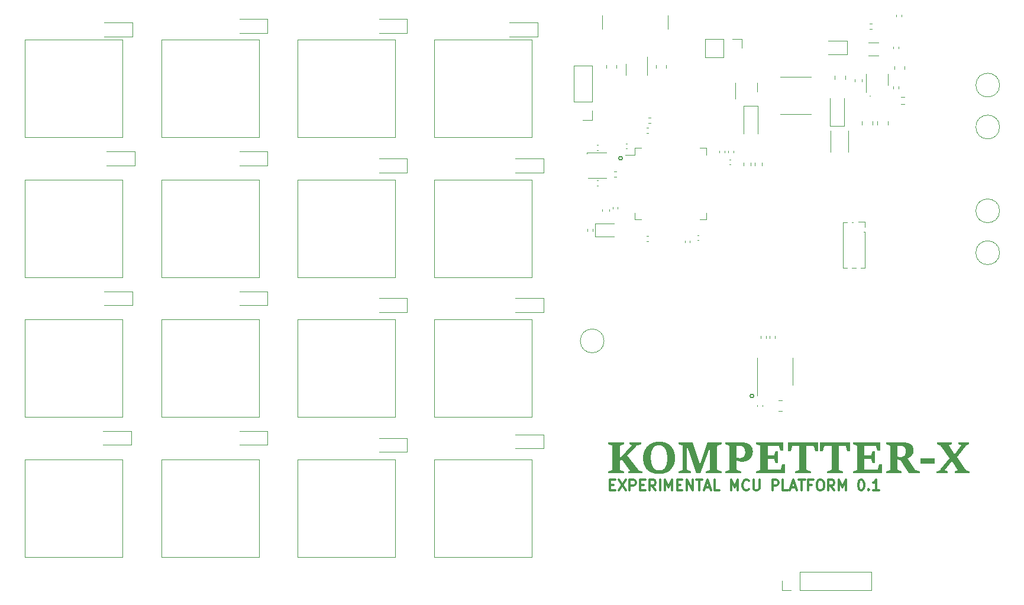
<source format=gbr>
%TF.GenerationSoftware,KiCad,Pcbnew,7.0.4-40-g0180cb380f*%
%TF.CreationDate,2023-06-12T22:45:27+02:00*%
%TF.ProjectId,New Business Card,4e657720-4275-4736-996e-657373204361,rev?*%
%TF.SameCoordinates,Original*%
%TF.FileFunction,Legend,Top*%
%TF.FilePolarity,Positive*%
%FSLAX46Y46*%
G04 Gerber Fmt 4.6, Leading zero omitted, Abs format (unit mm)*
G04 Created by KiCad (PCBNEW 7.0.4-40-g0180cb380f) date 2023-06-12 22:45:27*
%MOMM*%
%LPD*%
G01*
G04 APERTURE LIST*
%ADD10C,0.150000*%
%ADD11C,0.300000*%
%ADD12C,0.120000*%
G04 APERTURE END LIST*
D10*
X168148000Y-59436000D02*
G75*
G03*
X168148000Y-59436000I-254000J0D01*
G01*
X186944000Y-93472000D02*
G75*
G03*
X186944000Y-93472000I-254000J0D01*
G01*
X203638001Y-50546000D02*
G75*
G03*
X203638001Y-50546000I-1J0D01*
G01*
D11*
X166416510Y-106203114D02*
X166916510Y-106203114D01*
X167130796Y-106988828D02*
X166416510Y-106988828D01*
X166416510Y-106988828D02*
X166416510Y-105488828D01*
X166416510Y-105488828D02*
X167130796Y-105488828D01*
X167630796Y-105488828D02*
X168630796Y-106988828D01*
X168630796Y-105488828D02*
X167630796Y-106988828D01*
X169202224Y-106988828D02*
X169202224Y-105488828D01*
X169202224Y-105488828D02*
X169773653Y-105488828D01*
X169773653Y-105488828D02*
X169916510Y-105560257D01*
X169916510Y-105560257D02*
X169987939Y-105631685D01*
X169987939Y-105631685D02*
X170059367Y-105774542D01*
X170059367Y-105774542D02*
X170059367Y-105988828D01*
X170059367Y-105988828D02*
X169987939Y-106131685D01*
X169987939Y-106131685D02*
X169916510Y-106203114D01*
X169916510Y-106203114D02*
X169773653Y-106274542D01*
X169773653Y-106274542D02*
X169202224Y-106274542D01*
X170702224Y-106203114D02*
X171202224Y-106203114D01*
X171416510Y-106988828D02*
X170702224Y-106988828D01*
X170702224Y-106988828D02*
X170702224Y-105488828D01*
X170702224Y-105488828D02*
X171416510Y-105488828D01*
X172916510Y-106988828D02*
X172416510Y-106274542D01*
X172059367Y-106988828D02*
X172059367Y-105488828D01*
X172059367Y-105488828D02*
X172630796Y-105488828D01*
X172630796Y-105488828D02*
X172773653Y-105560257D01*
X172773653Y-105560257D02*
X172845082Y-105631685D01*
X172845082Y-105631685D02*
X172916510Y-105774542D01*
X172916510Y-105774542D02*
X172916510Y-105988828D01*
X172916510Y-105988828D02*
X172845082Y-106131685D01*
X172845082Y-106131685D02*
X172773653Y-106203114D01*
X172773653Y-106203114D02*
X172630796Y-106274542D01*
X172630796Y-106274542D02*
X172059367Y-106274542D01*
X173559367Y-106988828D02*
X173559367Y-105488828D01*
X174273653Y-106988828D02*
X174273653Y-105488828D01*
X174273653Y-105488828D02*
X174773653Y-106560257D01*
X174773653Y-106560257D02*
X175273653Y-105488828D01*
X175273653Y-105488828D02*
X175273653Y-106988828D01*
X175987939Y-106203114D02*
X176487939Y-106203114D01*
X176702225Y-106988828D02*
X175987939Y-106988828D01*
X175987939Y-106988828D02*
X175987939Y-105488828D01*
X175987939Y-105488828D02*
X176702225Y-105488828D01*
X177345082Y-106988828D02*
X177345082Y-105488828D01*
X177345082Y-105488828D02*
X178202225Y-106988828D01*
X178202225Y-106988828D02*
X178202225Y-105488828D01*
X178702226Y-105488828D02*
X179559369Y-105488828D01*
X179130797Y-106988828D02*
X179130797Y-105488828D01*
X179987940Y-106560257D02*
X180702226Y-106560257D01*
X179845083Y-106988828D02*
X180345083Y-105488828D01*
X180345083Y-105488828D02*
X180845083Y-106988828D01*
X182059368Y-106988828D02*
X181345082Y-106988828D01*
X181345082Y-106988828D02*
X181345082Y-105488828D01*
X183702225Y-106988828D02*
X183702225Y-105488828D01*
X183702225Y-105488828D02*
X184202225Y-106560257D01*
X184202225Y-106560257D02*
X184702225Y-105488828D01*
X184702225Y-105488828D02*
X184702225Y-106988828D01*
X186273654Y-106845971D02*
X186202226Y-106917400D01*
X186202226Y-106917400D02*
X185987940Y-106988828D01*
X185987940Y-106988828D02*
X185845083Y-106988828D01*
X185845083Y-106988828D02*
X185630797Y-106917400D01*
X185630797Y-106917400D02*
X185487940Y-106774542D01*
X185487940Y-106774542D02*
X185416511Y-106631685D01*
X185416511Y-106631685D02*
X185345083Y-106345971D01*
X185345083Y-106345971D02*
X185345083Y-106131685D01*
X185345083Y-106131685D02*
X185416511Y-105845971D01*
X185416511Y-105845971D02*
X185487940Y-105703114D01*
X185487940Y-105703114D02*
X185630797Y-105560257D01*
X185630797Y-105560257D02*
X185845083Y-105488828D01*
X185845083Y-105488828D02*
X185987940Y-105488828D01*
X185987940Y-105488828D02*
X186202226Y-105560257D01*
X186202226Y-105560257D02*
X186273654Y-105631685D01*
X186916511Y-105488828D02*
X186916511Y-106703114D01*
X186916511Y-106703114D02*
X186987940Y-106845971D01*
X186987940Y-106845971D02*
X187059369Y-106917400D01*
X187059369Y-106917400D02*
X187202226Y-106988828D01*
X187202226Y-106988828D02*
X187487940Y-106988828D01*
X187487940Y-106988828D02*
X187630797Y-106917400D01*
X187630797Y-106917400D02*
X187702226Y-106845971D01*
X187702226Y-106845971D02*
X187773654Y-106703114D01*
X187773654Y-106703114D02*
X187773654Y-105488828D01*
X189630797Y-106988828D02*
X189630797Y-105488828D01*
X189630797Y-105488828D02*
X190202226Y-105488828D01*
X190202226Y-105488828D02*
X190345083Y-105560257D01*
X190345083Y-105560257D02*
X190416512Y-105631685D01*
X190416512Y-105631685D02*
X190487940Y-105774542D01*
X190487940Y-105774542D02*
X190487940Y-105988828D01*
X190487940Y-105988828D02*
X190416512Y-106131685D01*
X190416512Y-106131685D02*
X190345083Y-106203114D01*
X190345083Y-106203114D02*
X190202226Y-106274542D01*
X190202226Y-106274542D02*
X189630797Y-106274542D01*
X191845083Y-106988828D02*
X191130797Y-106988828D01*
X191130797Y-106988828D02*
X191130797Y-105488828D01*
X192273655Y-106560257D02*
X192987941Y-106560257D01*
X192130798Y-106988828D02*
X192630798Y-105488828D01*
X192630798Y-105488828D02*
X193130798Y-106988828D01*
X193416512Y-105488828D02*
X194273655Y-105488828D01*
X193845083Y-106988828D02*
X193845083Y-105488828D01*
X195273654Y-106203114D02*
X194773654Y-106203114D01*
X194773654Y-106988828D02*
X194773654Y-105488828D01*
X194773654Y-105488828D02*
X195487940Y-105488828D01*
X196345083Y-105488828D02*
X196630797Y-105488828D01*
X196630797Y-105488828D02*
X196773654Y-105560257D01*
X196773654Y-105560257D02*
X196916511Y-105703114D01*
X196916511Y-105703114D02*
X196987940Y-105988828D01*
X196987940Y-105988828D02*
X196987940Y-106488828D01*
X196987940Y-106488828D02*
X196916511Y-106774542D01*
X196916511Y-106774542D02*
X196773654Y-106917400D01*
X196773654Y-106917400D02*
X196630797Y-106988828D01*
X196630797Y-106988828D02*
X196345083Y-106988828D01*
X196345083Y-106988828D02*
X196202226Y-106917400D01*
X196202226Y-106917400D02*
X196059368Y-106774542D01*
X196059368Y-106774542D02*
X195987940Y-106488828D01*
X195987940Y-106488828D02*
X195987940Y-105988828D01*
X195987940Y-105988828D02*
X196059368Y-105703114D01*
X196059368Y-105703114D02*
X196202226Y-105560257D01*
X196202226Y-105560257D02*
X196345083Y-105488828D01*
X198487940Y-106988828D02*
X197987940Y-106274542D01*
X197630797Y-106988828D02*
X197630797Y-105488828D01*
X197630797Y-105488828D02*
X198202226Y-105488828D01*
X198202226Y-105488828D02*
X198345083Y-105560257D01*
X198345083Y-105560257D02*
X198416512Y-105631685D01*
X198416512Y-105631685D02*
X198487940Y-105774542D01*
X198487940Y-105774542D02*
X198487940Y-105988828D01*
X198487940Y-105988828D02*
X198416512Y-106131685D01*
X198416512Y-106131685D02*
X198345083Y-106203114D01*
X198345083Y-106203114D02*
X198202226Y-106274542D01*
X198202226Y-106274542D02*
X197630797Y-106274542D01*
X199130797Y-106988828D02*
X199130797Y-105488828D01*
X199130797Y-105488828D02*
X199630797Y-106560257D01*
X199630797Y-106560257D02*
X200130797Y-105488828D01*
X200130797Y-105488828D02*
X200130797Y-106988828D01*
X202273655Y-105488828D02*
X202416512Y-105488828D01*
X202416512Y-105488828D02*
X202559369Y-105560257D01*
X202559369Y-105560257D02*
X202630798Y-105631685D01*
X202630798Y-105631685D02*
X202702226Y-105774542D01*
X202702226Y-105774542D02*
X202773655Y-106060257D01*
X202773655Y-106060257D02*
X202773655Y-106417400D01*
X202773655Y-106417400D02*
X202702226Y-106703114D01*
X202702226Y-106703114D02*
X202630798Y-106845971D01*
X202630798Y-106845971D02*
X202559369Y-106917400D01*
X202559369Y-106917400D02*
X202416512Y-106988828D01*
X202416512Y-106988828D02*
X202273655Y-106988828D01*
X202273655Y-106988828D02*
X202130798Y-106917400D01*
X202130798Y-106917400D02*
X202059369Y-106845971D01*
X202059369Y-106845971D02*
X201987940Y-106703114D01*
X201987940Y-106703114D02*
X201916512Y-106417400D01*
X201916512Y-106417400D02*
X201916512Y-106060257D01*
X201916512Y-106060257D02*
X201987940Y-105774542D01*
X201987940Y-105774542D02*
X202059369Y-105631685D01*
X202059369Y-105631685D02*
X202130798Y-105560257D01*
X202130798Y-105560257D02*
X202273655Y-105488828D01*
X203416511Y-106845971D02*
X203487940Y-106917400D01*
X203487940Y-106917400D02*
X203416511Y-106988828D01*
X203416511Y-106988828D02*
X203345083Y-106917400D01*
X203345083Y-106917400D02*
X203416511Y-106845971D01*
X203416511Y-106845971D02*
X203416511Y-106988828D01*
X204916512Y-106988828D02*
X204059369Y-106988828D01*
X204487940Y-106988828D02*
X204487940Y-105488828D01*
X204487940Y-105488828D02*
X204345083Y-105703114D01*
X204345083Y-105703114D02*
X204202226Y-105845971D01*
X204202226Y-105845971D02*
X204059369Y-105917400D01*
G36*
X166156312Y-104286448D02*
G01*
X166637471Y-104103265D01*
X166682139Y-104081119D01*
X166721734Y-104049532D01*
X166746509Y-104004848D01*
X166753455Y-103953557D01*
X166753486Y-103949392D01*
X166753486Y-100707069D01*
X166746707Y-100658416D01*
X166720250Y-100615049D01*
X166718071Y-100613035D01*
X166678293Y-100582137D01*
X166637471Y-100561744D01*
X166156312Y-100378562D01*
X166156312Y-100105010D01*
X168391134Y-100105010D01*
X168391134Y-100378562D01*
X167912418Y-100561744D01*
X167865180Y-100582829D01*
X167826933Y-100610593D01*
X167797624Y-100651809D01*
X167787893Y-100703203D01*
X167787854Y-100707069D01*
X167787854Y-102391123D01*
X169489006Y-100561744D01*
X169178817Y-100378562D01*
X169178817Y-100105010D01*
X170829899Y-100105010D01*
X170829899Y-100378562D01*
X170320653Y-100545868D01*
X170271193Y-100564759D01*
X170225856Y-100586300D01*
X170188762Y-100606929D01*
X170143857Y-100636131D01*
X170103786Y-100668188D01*
X170064430Y-100705492D01*
X170060534Y-100709511D01*
X168844205Y-101950265D01*
X170354847Y-103951835D01*
X170386226Y-103990730D01*
X170401253Y-104008011D01*
X170435038Y-104043404D01*
X170458650Y-104066629D01*
X170496813Y-104099354D01*
X170519711Y-104116699D01*
X170563461Y-104142126D01*
X170579550Y-104149672D01*
X171010639Y-104298660D01*
X171010639Y-104560000D01*
X169020060Y-104560000D01*
X169020060Y-104298660D01*
X169269187Y-104147229D01*
X168088273Y-102571863D01*
X167787854Y-102729399D01*
X167787854Y-103949392D01*
X167794304Y-103999314D01*
X167817774Y-104042892D01*
X167826933Y-104051974D01*
X167867844Y-104081284D01*
X167912418Y-104103265D01*
X168387471Y-104286448D01*
X168387471Y-104560000D01*
X166156312Y-104560000D01*
X166156312Y-104286448D01*
G37*
G36*
X173488936Y-100027539D02*
G01*
X173560210Y-100029600D01*
X173630253Y-100033035D01*
X173699066Y-100037843D01*
X173766647Y-100044026D01*
X173832998Y-100051582D01*
X173898119Y-100060512D01*
X173962008Y-100070816D01*
X174024667Y-100082494D01*
X174086095Y-100095546D01*
X174146292Y-100109971D01*
X174205259Y-100125771D01*
X174262995Y-100142944D01*
X174319500Y-100161491D01*
X174374774Y-100181412D01*
X174428817Y-100202707D01*
X174481830Y-100225061D01*
X174533708Y-100248464D01*
X174584451Y-100272917D01*
X174634058Y-100298420D01*
X174682529Y-100324972D01*
X174729866Y-100352573D01*
X174776067Y-100381224D01*
X174821132Y-100410924D01*
X174865063Y-100441674D01*
X174907858Y-100473473D01*
X174949517Y-100506322D01*
X174990042Y-100540220D01*
X175029431Y-100575168D01*
X175067684Y-100611165D01*
X175104802Y-100648212D01*
X175140785Y-100686308D01*
X175175628Y-100725368D01*
X175209326Y-100765305D01*
X175241879Y-100806121D01*
X175273287Y-100847814D01*
X175303550Y-100890384D01*
X175332669Y-100933833D01*
X175360642Y-100978159D01*
X175387471Y-101023363D01*
X175413154Y-101069445D01*
X175437693Y-101116404D01*
X175461087Y-101164242D01*
X175483336Y-101212957D01*
X175504440Y-101262549D01*
X175524399Y-101313020D01*
X175543214Y-101364368D01*
X175560883Y-101416594D01*
X175577594Y-101469521D01*
X175593226Y-101522973D01*
X175607780Y-101576950D01*
X175621257Y-101631451D01*
X175633655Y-101686478D01*
X175644975Y-101742029D01*
X175655217Y-101798104D01*
X175664381Y-101854705D01*
X175672467Y-101911830D01*
X175679474Y-101969480D01*
X175685404Y-102027654D01*
X175690255Y-102086354D01*
X175694029Y-102145578D01*
X175696724Y-102205327D01*
X175698341Y-102265600D01*
X175698880Y-102326399D01*
X175698354Y-102381060D01*
X175696776Y-102435592D01*
X175694147Y-102489996D01*
X175690465Y-102544271D01*
X175685732Y-102598417D01*
X175679947Y-102652434D01*
X175673109Y-102706323D01*
X175665220Y-102760082D01*
X175656280Y-102813713D01*
X175646287Y-102867215D01*
X175639041Y-102902812D01*
X175627513Y-102955917D01*
X175614912Y-103008528D01*
X175601238Y-103060645D01*
X175586490Y-103112269D01*
X175570669Y-103163399D01*
X175553775Y-103214035D01*
X175535808Y-103264178D01*
X175516767Y-103313827D01*
X175496652Y-103362982D01*
X175475465Y-103411643D01*
X175460743Y-103443810D01*
X175437953Y-103491562D01*
X175414003Y-103538649D01*
X175388894Y-103585071D01*
X175362626Y-103630827D01*
X175335199Y-103675918D01*
X175306613Y-103720343D01*
X175276867Y-103764103D01*
X175245962Y-103807197D01*
X175213898Y-103849626D01*
X175180675Y-103891389D01*
X175157882Y-103918862D01*
X175122684Y-103959334D01*
X175086241Y-103998775D01*
X175048553Y-104037186D01*
X175009619Y-104074567D01*
X174969441Y-104110917D01*
X174928017Y-104146237D01*
X174885349Y-104180526D01*
X174841435Y-104213785D01*
X174796276Y-104246014D01*
X174749873Y-104277212D01*
X174718245Y-104297438D01*
X174669974Y-104326615D01*
X174620414Y-104354611D01*
X174569567Y-104381427D01*
X174517432Y-104407061D01*
X174464008Y-104431516D01*
X174409297Y-104454789D01*
X174353298Y-104476882D01*
X174296010Y-104497794D01*
X174237435Y-104517525D01*
X174177572Y-104536076D01*
X174136947Y-104547787D01*
X174075155Y-104563937D01*
X174012054Y-104578499D01*
X173947643Y-104591472D01*
X173881923Y-104602856D01*
X173814894Y-104612652D01*
X173746555Y-104620860D01*
X173676906Y-104627479D01*
X173605948Y-104632509D01*
X173533680Y-104635951D01*
X173484775Y-104637363D01*
X173435287Y-104638069D01*
X173410325Y-104638157D01*
X173341674Y-104637528D01*
X173274026Y-104635638D01*
X173207379Y-104632490D01*
X173141734Y-104628082D01*
X173077091Y-104622415D01*
X173013449Y-104615488D01*
X172950809Y-104607302D01*
X172889172Y-104597857D01*
X172828535Y-104587152D01*
X172768901Y-104575188D01*
X172710268Y-104561965D01*
X172652638Y-104547482D01*
X172596009Y-104531740D01*
X172540381Y-104514738D01*
X172485756Y-104496477D01*
X172432132Y-104476957D01*
X172379529Y-104456258D01*
X172327966Y-104434462D01*
X172277443Y-104411569D01*
X172227960Y-104387579D01*
X172179517Y-104362492D01*
X172132114Y-104336307D01*
X172085751Y-104309026D01*
X172040428Y-104280647D01*
X171996144Y-104251171D01*
X171952901Y-104220597D01*
X171910697Y-104188927D01*
X171869534Y-104156159D01*
X171829410Y-104122294D01*
X171790327Y-104087332D01*
X171752283Y-104051273D01*
X171715279Y-104014117D01*
X171679497Y-103975920D01*
X171644811Y-103936741D01*
X171611223Y-103896580D01*
X171578732Y-103855435D01*
X171547339Y-103813308D01*
X171517042Y-103770198D01*
X171487842Y-103726106D01*
X171459740Y-103681031D01*
X171432735Y-103634973D01*
X171406827Y-103587932D01*
X171382017Y-103539909D01*
X171358303Y-103490903D01*
X171335687Y-103440914D01*
X171314168Y-103389943D01*
X171293746Y-103337989D01*
X171274421Y-103285052D01*
X171256379Y-103231218D01*
X171239502Y-103176574D01*
X171223788Y-103121118D01*
X171209239Y-103064852D01*
X171195853Y-103007774D01*
X171183631Y-102949886D01*
X171172574Y-102891186D01*
X171162680Y-102831676D01*
X171153950Y-102771355D01*
X171146384Y-102710222D01*
X171139982Y-102648279D01*
X171134745Y-102585525D01*
X171130671Y-102521960D01*
X171127761Y-102457584D01*
X171126015Y-102392397D01*
X171125433Y-102326399D01*
X171126043Y-102264122D01*
X171127277Y-102222595D01*
X172244065Y-102222595D01*
X172244337Y-102276467D01*
X172245153Y-102329700D01*
X172246512Y-102382293D01*
X172248416Y-102434247D01*
X172250863Y-102485562D01*
X172253854Y-102536238D01*
X172257389Y-102586274D01*
X172261467Y-102635671D01*
X172266090Y-102684429D01*
X172274043Y-102756367D01*
X172283220Y-102826868D01*
X172293621Y-102895929D01*
X172305245Y-102963553D01*
X172313674Y-103007836D01*
X172327631Y-103072673D01*
X172342941Y-103135749D01*
X172359602Y-103197065D01*
X172377616Y-103256620D01*
X172396983Y-103314416D01*
X172417702Y-103370451D01*
X172439773Y-103424726D01*
X172463197Y-103477240D01*
X172487973Y-103527995D01*
X172514101Y-103576989D01*
X172532272Y-103608674D01*
X172560915Y-103654605D01*
X172590976Y-103698519D01*
X172622453Y-103740414D01*
X172655347Y-103780292D01*
X172689658Y-103818152D01*
X172725386Y-103853995D01*
X172762530Y-103887819D01*
X172801091Y-103919625D01*
X172841070Y-103949414D01*
X172882464Y-103977185D01*
X172910848Y-103994577D01*
X172954865Y-104018802D01*
X173000364Y-104040645D01*
X173047344Y-104060104D01*
X173095805Y-104077181D01*
X173145747Y-104091875D01*
X173197170Y-104104186D01*
X173250075Y-104114114D01*
X173304461Y-104121660D01*
X173360328Y-104126823D01*
X173417676Y-104129603D01*
X173456731Y-104130132D01*
X173508991Y-104129037D01*
X173559985Y-104125753D01*
X173609713Y-104120279D01*
X173658174Y-104112615D01*
X173720818Y-104098991D01*
X173781211Y-104081474D01*
X173839353Y-104060065D01*
X173895242Y-104034763D01*
X173948880Y-104005568D01*
X174000591Y-103972595D01*
X174050088Y-103936570D01*
X174097372Y-103897491D01*
X174142443Y-103855359D01*
X174185300Y-103810174D01*
X174225943Y-103761936D01*
X174264373Y-103710645D01*
X174291743Y-103670173D01*
X174300590Y-103656301D01*
X174326507Y-103613396D01*
X174351137Y-103568946D01*
X174374478Y-103522950D01*
X174396532Y-103475409D01*
X174417297Y-103426322D01*
X174436774Y-103375689D01*
X174454964Y-103323511D01*
X174471865Y-103269787D01*
X174487479Y-103214517D01*
X174501804Y-103157702D01*
X174510639Y-103118967D01*
X174522860Y-103059529D01*
X174533880Y-102998911D01*
X174543697Y-102937112D01*
X174552313Y-102874132D01*
X174559726Y-102809972D01*
X174565937Y-102744631D01*
X174570946Y-102678110D01*
X174574752Y-102610407D01*
X174577357Y-102541524D01*
X174578760Y-102471461D01*
X174579027Y-102424096D01*
X174578745Y-102369938D01*
X174577901Y-102316457D01*
X174576494Y-102263654D01*
X174574523Y-102211528D01*
X174571990Y-102160080D01*
X174568894Y-102109309D01*
X174565236Y-102059215D01*
X174561014Y-102009799D01*
X174556229Y-101961060D01*
X174547997Y-101889222D01*
X174538498Y-101818908D01*
X174527732Y-101750118D01*
X174515700Y-101682852D01*
X174506975Y-101638855D01*
X174492975Y-101574072D01*
X174477537Y-101511157D01*
X174460661Y-101450109D01*
X174442346Y-101390929D01*
X174422593Y-101333617D01*
X174401402Y-101278172D01*
X174378773Y-101224595D01*
X174354705Y-101172885D01*
X174329199Y-101123043D01*
X174302255Y-101075069D01*
X174283493Y-101044124D01*
X174254413Y-100999316D01*
X174223959Y-100956483D01*
X174192131Y-100915624D01*
X174158929Y-100876741D01*
X174124353Y-100839833D01*
X174088404Y-100804899D01*
X174051081Y-100771941D01*
X174012383Y-100740957D01*
X173972312Y-100711949D01*
X173930867Y-100684915D01*
X173902474Y-100667990D01*
X173858696Y-100644201D01*
X173813459Y-100622752D01*
X173766762Y-100603643D01*
X173718605Y-100586874D01*
X173668988Y-100572445D01*
X173617912Y-100560356D01*
X173565376Y-100550606D01*
X173511380Y-100543197D01*
X173455925Y-100538127D01*
X173399009Y-100535397D01*
X173360255Y-100534877D01*
X173304710Y-100536058D01*
X173250732Y-100539600D01*
X173198321Y-100545503D01*
X173147477Y-100553768D01*
X173098201Y-100564394D01*
X173050491Y-100577381D01*
X172989316Y-100598371D01*
X172930927Y-100623559D01*
X172875323Y-100652944D01*
X172848566Y-100669211D01*
X172797199Y-100704283D01*
X172748121Y-100742331D01*
X172701334Y-100783356D01*
X172656836Y-100827358D01*
X172614627Y-100874337D01*
X172574709Y-100924292D01*
X172537080Y-100977224D01*
X172510361Y-101018877D01*
X172501741Y-101033133D01*
X172476980Y-101076639D01*
X172453527Y-101121518D01*
X172431384Y-101167772D01*
X172410551Y-101215399D01*
X172391027Y-101264400D01*
X172372813Y-101314775D01*
X172355908Y-101366524D01*
X172340312Y-101419647D01*
X172326026Y-101474144D01*
X172313049Y-101530014D01*
X172305126Y-101568025D01*
X172294214Y-101625863D01*
X172284375Y-101684431D01*
X172275609Y-101743729D01*
X172267917Y-101803757D01*
X172261298Y-101864515D01*
X172255752Y-101926003D01*
X172251280Y-101988220D01*
X172247881Y-102051168D01*
X172245556Y-102114845D01*
X172244304Y-102179252D01*
X172244065Y-102222595D01*
X171127277Y-102222595D01*
X171127875Y-102202464D01*
X171130928Y-102141428D01*
X171135203Y-102081011D01*
X171140698Y-102021214D01*
X171147415Y-101962038D01*
X171155353Y-101903482D01*
X171164512Y-101845546D01*
X171174892Y-101788230D01*
X171186494Y-101731534D01*
X171199316Y-101675458D01*
X171213360Y-101620003D01*
X171228625Y-101565167D01*
X171245112Y-101510952D01*
X171262819Y-101457357D01*
X171281748Y-101404382D01*
X171301827Y-101352161D01*
X171322983Y-101300827D01*
X171345218Y-101250380D01*
X171368531Y-101200821D01*
X171392922Y-101152149D01*
X171418391Y-101104364D01*
X171444938Y-101057466D01*
X171472563Y-101011456D01*
X171501266Y-100966333D01*
X171531048Y-100922098D01*
X171561907Y-100878749D01*
X171593845Y-100836288D01*
X171626861Y-100794715D01*
X171660954Y-100754028D01*
X171696126Y-100714229D01*
X171732376Y-100675317D01*
X171769824Y-100637388D01*
X171808282Y-100600537D01*
X171847752Y-100564764D01*
X171888234Y-100530069D01*
X171929726Y-100496452D01*
X171972230Y-100463913D01*
X172015746Y-100432453D01*
X172060272Y-100402070D01*
X172105810Y-100372766D01*
X172152360Y-100344540D01*
X172199920Y-100317392D01*
X172248492Y-100291321D01*
X172298075Y-100266330D01*
X172348670Y-100242416D01*
X172400276Y-100219580D01*
X172452893Y-100197822D01*
X172506602Y-100177119D01*
X172561180Y-100157751D01*
X172616626Y-100139719D01*
X172672940Y-100123023D01*
X172730123Y-100107662D01*
X172788173Y-100093637D01*
X172847092Y-100080948D01*
X172906879Y-100069595D01*
X172967534Y-100059577D01*
X173029058Y-100050895D01*
X173091449Y-100043549D01*
X173154709Y-100037538D01*
X173218837Y-100032863D01*
X173283834Y-100029524D01*
X173349698Y-100027520D01*
X173416431Y-100026852D01*
X173488936Y-100027539D01*
G37*
G36*
X176233772Y-104286448D02*
G01*
X176714930Y-104082505D01*
X176758284Y-104058080D01*
X176795531Y-104028771D01*
X176822092Y-103987555D01*
X176830807Y-103937967D01*
X176830946Y-103929853D01*
X176830946Y-100707069D01*
X176824167Y-100657948D01*
X176799819Y-100614977D01*
X176795531Y-100610593D01*
X176755753Y-100579776D01*
X176714930Y-100561744D01*
X176233772Y-100378562D01*
X176233772Y-100105010D01*
X178228015Y-100105010D01*
X179115838Y-102642693D01*
X179268489Y-103183691D01*
X179318559Y-103183691D01*
X180370025Y-100105010D01*
X182336180Y-100105010D01*
X182336180Y-100378562D01*
X181861127Y-100561744D01*
X181816602Y-100582137D01*
X181774432Y-100610989D01*
X181771979Y-100613035D01*
X181742669Y-100652419D01*
X181732938Y-100703206D01*
X181732900Y-100707069D01*
X181732900Y-103949392D01*
X181738946Y-103998524D01*
X181762989Y-104044052D01*
X181769536Y-104050753D01*
X181811363Y-104080978D01*
X181857784Y-104102105D01*
X181861127Y-104103265D01*
X182336180Y-104286448D01*
X182336180Y-104560000D01*
X180113570Y-104560000D01*
X180113570Y-104286448D01*
X180584958Y-104103265D01*
X180631308Y-104080511D01*
X180671876Y-104051507D01*
X180674107Y-104049532D01*
X180701584Y-104007705D01*
X180710600Y-103956581D01*
X180710743Y-103948171D01*
X180710743Y-100853614D01*
X180653346Y-100853614D01*
X180497031Y-101334773D01*
X179606766Y-103870013D01*
X179310011Y-104560000D01*
X178740925Y-104560000D01*
X177614965Y-101335994D01*
X177464756Y-100851172D01*
X177408580Y-100851172D01*
X177408580Y-103929853D01*
X177414425Y-103979372D01*
X177437666Y-104023717D01*
X177443995Y-104029993D01*
X177485679Y-104059674D01*
X177527038Y-104081284D01*
X178003311Y-104286448D01*
X178003311Y-104560000D01*
X176233772Y-104560000D01*
X176233772Y-104286448D01*
G37*
G36*
X185162054Y-100105643D02*
G01*
X185228411Y-100107543D01*
X185293974Y-100110709D01*
X185358742Y-100115142D01*
X185422716Y-100120842D01*
X185485896Y-100127808D01*
X185548282Y-100136040D01*
X185609873Y-100145539D01*
X185670670Y-100156305D01*
X185730673Y-100168337D01*
X185770234Y-100177062D01*
X185828820Y-100191280D01*
X185885968Y-100206915D01*
X185941677Y-100223966D01*
X185995949Y-100242435D01*
X186048782Y-100262320D01*
X186100176Y-100283622D01*
X186150133Y-100306341D01*
X186198651Y-100330477D01*
X186245731Y-100356029D01*
X186291373Y-100382998D01*
X186321002Y-100401765D01*
X186364096Y-100430931D01*
X186405451Y-100461643D01*
X186445068Y-100493900D01*
X186482946Y-100527703D01*
X186519085Y-100563051D01*
X186553485Y-100599945D01*
X186586147Y-100638385D01*
X186617070Y-100678370D01*
X186646254Y-100719901D01*
X186673699Y-100762977D01*
X186691030Y-100792554D01*
X186715473Y-100838303D01*
X186737512Y-100885790D01*
X186757147Y-100935017D01*
X186774377Y-100985982D01*
X186789204Y-101038687D01*
X186801626Y-101093130D01*
X186811643Y-101149312D01*
X186819257Y-101207232D01*
X186824466Y-101266892D01*
X186827271Y-101328290D01*
X186827806Y-101370188D01*
X186826786Y-101436416D01*
X186823727Y-101501378D01*
X186818629Y-101565073D01*
X186811491Y-101627502D01*
X186802314Y-101688664D01*
X186791098Y-101748559D01*
X186777842Y-101807188D01*
X186762547Y-101864551D01*
X186745213Y-101920647D01*
X186725839Y-101975476D01*
X186711790Y-102011325D01*
X186689211Y-102063686D01*
X186664979Y-102114523D01*
X186639093Y-102163835D01*
X186611555Y-102211624D01*
X186582364Y-102257888D01*
X186551520Y-102302628D01*
X186519023Y-102345844D01*
X186484873Y-102387536D01*
X186449070Y-102427703D01*
X186411615Y-102466347D01*
X186385726Y-102491263D01*
X186345895Y-102527334D01*
X186304711Y-102561816D01*
X186262175Y-102594710D01*
X186218286Y-102626016D01*
X186173045Y-102655733D01*
X186126452Y-102683861D01*
X186078506Y-102710401D01*
X186029208Y-102735353D01*
X185978557Y-102758716D01*
X185926554Y-102780490D01*
X185891134Y-102794124D01*
X185837092Y-102812893D01*
X185782127Y-102829816D01*
X185726238Y-102844892D01*
X185669427Y-102858123D01*
X185611692Y-102869507D01*
X185553034Y-102879046D01*
X185493454Y-102886738D01*
X185432950Y-102892584D01*
X185371523Y-102896584D01*
X185309173Y-102898738D01*
X185267094Y-102899148D01*
X185216218Y-102897479D01*
X185166962Y-102893121D01*
X185114423Y-102886058D01*
X185090018Y-102882051D01*
X185040940Y-102872663D01*
X184991405Y-102861596D01*
X184941411Y-102848849D01*
X184890960Y-102834424D01*
X184840508Y-102818624D01*
X184790515Y-102801756D01*
X184740979Y-102783820D01*
X184691902Y-102764815D01*
X184645190Y-102744359D01*
X184596289Y-102720617D01*
X184551252Y-102696102D01*
X184523374Y-102679330D01*
X184523374Y-103943286D01*
X184529421Y-103994402D01*
X184551424Y-104039858D01*
X184560011Y-104049532D01*
X184600921Y-104080062D01*
X184647938Y-104100823D01*
X185158406Y-104286448D01*
X185158406Y-104560000D01*
X182891832Y-104560000D01*
X182891832Y-104286448D01*
X183372990Y-104103265D01*
X183419752Y-104081119D01*
X183458475Y-104049532D01*
X183482297Y-104004848D01*
X183488976Y-103953557D01*
X183489006Y-103949392D01*
X183489006Y-100707069D01*
X183482695Y-100658416D01*
X183458062Y-100615049D01*
X183456033Y-100613035D01*
X184523374Y-100613035D01*
X184523374Y-102310523D01*
X184571002Y-102324262D01*
X184622307Y-102335478D01*
X184625956Y-102336168D01*
X184675785Y-102344106D01*
X184728033Y-102352044D01*
X184752963Y-102355708D01*
X184803338Y-102361432D01*
X184853713Y-102365783D01*
X184887296Y-102367920D01*
X184936984Y-102370152D01*
X184989263Y-102371408D01*
X185016745Y-102371584D01*
X185073030Y-102369952D01*
X185126482Y-102365058D01*
X185177101Y-102356900D01*
X185224885Y-102345480D01*
X185277053Y-102328033D01*
X185284191Y-102325177D01*
X185332718Y-102303648D01*
X185377857Y-102279663D01*
X185419606Y-102253225D01*
X185463169Y-102220004D01*
X185478364Y-102206720D01*
X185516298Y-102169473D01*
X185550721Y-102129783D01*
X185581633Y-102087651D01*
X185609034Y-102043077D01*
X185633763Y-101996518D01*
X185655440Y-101949654D01*
X185674063Y-101902485D01*
X185689634Y-101855010D01*
X185702457Y-101807459D01*
X185713963Y-101755606D01*
X185722378Y-101705492D01*
X185726270Y-101673049D01*
X185731422Y-101621004D01*
X185734886Y-101568714D01*
X185736040Y-101521618D01*
X185735056Y-101466229D01*
X185732104Y-101411495D01*
X185727185Y-101357416D01*
X185720298Y-101303994D01*
X185711443Y-101251228D01*
X185700620Y-101199118D01*
X185695740Y-101178457D01*
X185681685Y-101127921D01*
X185664709Y-101079353D01*
X185644810Y-101032752D01*
X185621990Y-100988120D01*
X185596248Y-100945455D01*
X185567584Y-100904757D01*
X185555300Y-100889030D01*
X185522307Y-100851296D01*
X185485915Y-100815947D01*
X185446124Y-100782984D01*
X185402935Y-100752406D01*
X185356346Y-100724213D01*
X185306359Y-100698406D01*
X185285412Y-100688750D01*
X185230779Y-100666938D01*
X185172211Y-100648822D01*
X185122523Y-100636992D01*
X185070316Y-100627527D01*
X185015590Y-100620429D01*
X184958346Y-100615697D01*
X184898583Y-100613331D01*
X184867757Y-100613035D01*
X184523374Y-100613035D01*
X183456033Y-100613035D01*
X183416174Y-100582137D01*
X183372990Y-100561744D01*
X182891832Y-100378562D01*
X182891832Y-100105010D01*
X185094903Y-100105010D01*
X185162054Y-100105643D01*
G37*
G36*
X187317512Y-104286448D02*
G01*
X187798671Y-104103265D01*
X187844466Y-104080978D01*
X187881713Y-104050753D01*
X187906443Y-104008316D01*
X187914557Y-103957659D01*
X187914686Y-103949392D01*
X187914686Y-100707069D01*
X187907907Y-100657948D01*
X187883560Y-100614977D01*
X187879271Y-100610593D01*
X187839493Y-100579776D01*
X187798671Y-100561744D01*
X187317512Y-100378562D01*
X187317512Y-100105010D01*
X191209522Y-100105010D01*
X191209522Y-101335994D01*
X190793088Y-101335994D01*
X190612348Y-100747369D01*
X190593977Y-100701484D01*
X190564721Y-100663105D01*
X190520286Y-100637613D01*
X190480457Y-100632575D01*
X188949055Y-100632575D01*
X188949055Y-101980795D01*
X189792914Y-101980795D01*
X189842669Y-101975653D01*
X189883284Y-101953928D01*
X189909816Y-101910737D01*
X189927247Y-101861116D01*
X190095775Y-101355533D01*
X190443821Y-101355533D01*
X190443821Y-103114082D01*
X190095775Y-103114082D01*
X189927247Y-102610942D01*
X189909949Y-102564252D01*
X189884505Y-102523014D01*
X189842902Y-102495365D01*
X189792914Y-102488820D01*
X188949055Y-102488820D01*
X188949055Y-104032435D01*
X190721036Y-104032435D01*
X190770753Y-104022389D01*
X190804079Y-104000683D01*
X190836112Y-103961433D01*
X190852928Y-103917641D01*
X191031225Y-103250858D01*
X191446438Y-103250858D01*
X191446438Y-104560000D01*
X187317512Y-104560000D01*
X187317512Y-104286448D01*
G37*
G36*
X192839843Y-104286448D02*
G01*
X193352753Y-104100823D01*
X193398902Y-104080921D01*
X193439049Y-104051307D01*
X193443123Y-104047090D01*
X193467898Y-104001453D01*
X193474844Y-103949894D01*
X193474875Y-103945729D01*
X193474875Y-100613035D01*
X192561406Y-100613035D01*
X192511337Y-100620362D01*
X192473479Y-100642344D01*
X192443769Y-100684204D01*
X192427073Y-100729050D01*
X192245112Y-101394612D01*
X191836005Y-101394612D01*
X191836005Y-100105010D01*
X196150555Y-100105010D01*
X196150555Y-101394612D01*
X195737785Y-101394612D01*
X195559487Y-100729050D01*
X195540579Y-100682897D01*
X195509418Y-100643565D01*
X195467085Y-100618879D01*
X195428817Y-100613035D01*
X194509243Y-100613035D01*
X194509243Y-103945729D01*
X194515289Y-103995263D01*
X194537293Y-104039896D01*
X194545879Y-104049532D01*
X194586180Y-104080062D01*
X194631364Y-104100823D01*
X195146717Y-104286448D01*
X195146717Y-104560000D01*
X192839843Y-104560000D01*
X192839843Y-104286448D01*
G37*
G36*
X197451148Y-104286448D02*
G01*
X197964058Y-104100823D01*
X198010207Y-104080921D01*
X198050354Y-104051307D01*
X198054428Y-104047090D01*
X198079203Y-104001453D01*
X198086149Y-103949894D01*
X198086180Y-103945729D01*
X198086180Y-100613035D01*
X197172711Y-100613035D01*
X197122642Y-100620362D01*
X197084784Y-100642344D01*
X197055074Y-100684204D01*
X197038378Y-100729050D01*
X196856417Y-101394612D01*
X196447310Y-101394612D01*
X196447310Y-100105010D01*
X200761860Y-100105010D01*
X200761860Y-101394612D01*
X200349090Y-101394612D01*
X200170792Y-100729050D01*
X200151884Y-100682897D01*
X200120722Y-100643565D01*
X200078390Y-100618879D01*
X200040122Y-100613035D01*
X199120548Y-100613035D01*
X199120548Y-103945729D01*
X199126594Y-103995263D01*
X199148598Y-104039896D01*
X199157184Y-104049532D01*
X199197484Y-104080062D01*
X199242669Y-104100823D01*
X199758022Y-104286448D01*
X199758022Y-104560000D01*
X197451148Y-104560000D01*
X197451148Y-104286448D01*
G37*
G36*
X201190506Y-104286448D02*
G01*
X201671665Y-104103265D01*
X201717460Y-104080978D01*
X201754707Y-104050753D01*
X201779437Y-104008316D01*
X201787551Y-103957659D01*
X201787680Y-103949392D01*
X201787680Y-100707069D01*
X201780901Y-100657948D01*
X201756553Y-100614977D01*
X201752265Y-100610593D01*
X201712487Y-100579776D01*
X201671665Y-100561744D01*
X201190506Y-100378562D01*
X201190506Y-100105010D01*
X205082516Y-100105010D01*
X205082516Y-101335994D01*
X204666082Y-101335994D01*
X204485342Y-100747369D01*
X204466970Y-100701484D01*
X204437715Y-100663105D01*
X204393280Y-100637613D01*
X204353451Y-100632575D01*
X202822048Y-100632575D01*
X202822048Y-101980795D01*
X203665907Y-101980795D01*
X203715662Y-101975653D01*
X203756277Y-101953928D01*
X203782810Y-101910737D01*
X203800241Y-101861116D01*
X203968769Y-101355533D01*
X204316815Y-101355533D01*
X204316815Y-103114082D01*
X203968769Y-103114082D01*
X203800241Y-102610942D01*
X203782942Y-102564252D01*
X203757498Y-102523014D01*
X203715896Y-102495365D01*
X203665907Y-102488820D01*
X202822048Y-102488820D01*
X202822048Y-104032435D01*
X204594030Y-104032435D01*
X204643747Y-104022389D01*
X204677073Y-104000683D01*
X204709106Y-103961433D01*
X204725921Y-103917641D01*
X204904219Y-103250858D01*
X205319431Y-103250858D01*
X205319431Y-104560000D01*
X201190506Y-104560000D01*
X201190506Y-104286448D01*
G37*
G36*
X208218693Y-100105429D02*
G01*
X208280814Y-100106684D01*
X208341454Y-100108777D01*
X208400612Y-100111708D01*
X208458290Y-100115475D01*
X208514486Y-100120080D01*
X208569201Y-100125521D01*
X208622434Y-100131800D01*
X208674187Y-100138917D01*
X208724458Y-100146870D01*
X208757150Y-100152637D01*
X208805267Y-100161639D01*
X208867387Y-100174576D01*
X208927179Y-100188582D01*
X208984642Y-100203656D01*
X209039778Y-100219799D01*
X209092586Y-100237011D01*
X209143066Y-100255291D01*
X209191218Y-100274639D01*
X209202893Y-100279644D01*
X209248593Y-100300213D01*
X209302874Y-100327106D01*
X209353994Y-100355311D01*
X209401954Y-100384828D01*
X209446754Y-100415656D01*
X209488393Y-100447797D01*
X209511860Y-100467711D01*
X209548741Y-100501771D01*
X209583058Y-100536786D01*
X209620853Y-100580062D01*
X209654957Y-100624713D01*
X209685368Y-100670737D01*
X209703591Y-100702184D01*
X209728649Y-100749697D01*
X209750703Y-100797896D01*
X209769751Y-100846783D01*
X209785794Y-100896357D01*
X209798831Y-100946617D01*
X209802509Y-100963524D01*
X209812054Y-101014400D01*
X209819625Y-101065361D01*
X209825221Y-101116409D01*
X209828841Y-101167543D01*
X209830487Y-101218762D01*
X209830597Y-101235854D01*
X209829318Y-101299606D01*
X209825483Y-101361410D01*
X209819091Y-101421269D01*
X209810142Y-101479181D01*
X209798635Y-101535147D01*
X209784572Y-101589167D01*
X209767952Y-101641240D01*
X209748775Y-101691367D01*
X209727881Y-101739376D01*
X209705499Y-101785706D01*
X209681628Y-101830357D01*
X209656269Y-101873328D01*
X209629421Y-101914620D01*
X209593768Y-101963875D01*
X209555790Y-102010505D01*
X209539948Y-102028422D01*
X209499102Y-102071558D01*
X209456705Y-102112429D01*
X209412758Y-102151033D01*
X209367261Y-102187371D01*
X209320213Y-102221443D01*
X209271615Y-102253250D01*
X209251741Y-102265338D01*
X209202249Y-102294151D01*
X209152995Y-102321056D01*
X209103979Y-102346053D01*
X209055202Y-102369141D01*
X209006664Y-102390322D01*
X208958364Y-102409594D01*
X208939110Y-102416769D01*
X209990576Y-103938401D01*
X210020454Y-103977371D01*
X210038203Y-103999462D01*
X210072260Y-104035876D01*
X210098043Y-104059302D01*
X210138059Y-104090934D01*
X210166431Y-104110593D01*
X210211272Y-104133872D01*
X210237261Y-104142344D01*
X210714756Y-104291332D01*
X210714756Y-104560000D01*
X209568036Y-104560000D01*
X209510362Y-104559141D01*
X209457325Y-104556565D01*
X209401309Y-104551389D01*
X209351604Y-104543876D01*
X209314023Y-104535575D01*
X209263942Y-104519121D01*
X209218110Y-104498610D01*
X209172172Y-104471061D01*
X209155265Y-104458639D01*
X209115481Y-104423720D01*
X209082121Y-104387398D01*
X209051081Y-104346440D01*
X209038029Y-104326748D01*
X209010857Y-104283929D01*
X208980632Y-104237294D01*
X208951680Y-104193357D01*
X208920392Y-104146499D01*
X208911023Y-104132575D01*
X207960918Y-102684214D01*
X207535935Y-102575526D01*
X207535935Y-103946950D01*
X207541579Y-103996872D01*
X207564018Y-104042820D01*
X207570129Y-104049532D01*
X207609208Y-104080062D01*
X207654717Y-104102030D01*
X207658057Y-104103265D01*
X208148985Y-104286448D01*
X208148985Y-104560000D01*
X205904393Y-104560000D01*
X205904393Y-104286448D01*
X206385551Y-104103265D01*
X206431411Y-104079322D01*
X206466152Y-104050753D01*
X206492713Y-104008316D01*
X206501429Y-103957659D01*
X206501567Y-103949392D01*
X206501567Y-100707069D01*
X206494788Y-100657948D01*
X206470440Y-100614977D01*
X206468541Y-100613035D01*
X207535935Y-100613035D01*
X207535935Y-102177411D01*
X207586258Y-102186384D01*
X207620199Y-102190844D01*
X207670230Y-102195805D01*
X207718916Y-102200385D01*
X207748427Y-102203056D01*
X207799374Y-102207292D01*
X207849635Y-102210841D01*
X207882760Y-102212826D01*
X207931705Y-102214407D01*
X207981721Y-102215259D01*
X207986563Y-102215268D01*
X208045579Y-102213539D01*
X208102030Y-102208351D01*
X208155917Y-102199705D01*
X208207241Y-102187600D01*
X208256000Y-102172037D01*
X208302195Y-102153015D01*
X208319955Y-102144438D01*
X208362972Y-102121290D01*
X208411286Y-102090836D01*
X208455994Y-102057462D01*
X208497095Y-102021169D01*
X208534590Y-101981957D01*
X208551986Y-101961256D01*
X208584243Y-101917879D01*
X208613237Y-101872012D01*
X208638968Y-101823654D01*
X208661437Y-101772807D01*
X208680642Y-101719469D01*
X208686319Y-101701137D01*
X208701260Y-101645510D01*
X208713109Y-101589453D01*
X208721868Y-101532967D01*
X208727535Y-101476052D01*
X208730111Y-101418707D01*
X208730283Y-101399497D01*
X208729477Y-101349074D01*
X208725244Y-101276696D01*
X208717384Y-101208224D01*
X208705896Y-101143660D01*
X208690779Y-101083002D01*
X208672035Y-101026252D01*
X208649664Y-100973408D01*
X208623664Y-100924471D01*
X208594036Y-100879441D01*
X208560781Y-100838318D01*
X208523898Y-100801102D01*
X208483547Y-100767492D01*
X208439891Y-100737189D01*
X208392930Y-100710191D01*
X208342662Y-100686499D01*
X208289088Y-100666113D01*
X208232209Y-100649032D01*
X208172023Y-100635258D01*
X208108532Y-100624789D01*
X208041735Y-100617627D01*
X207971632Y-100613770D01*
X207923060Y-100613035D01*
X207535935Y-100613035D01*
X206468541Y-100613035D01*
X206466152Y-100610593D01*
X206426374Y-100579776D01*
X206385551Y-100561744D01*
X205904393Y-100378562D01*
X205904393Y-100105010D01*
X208155091Y-100105010D01*
X208218693Y-100105429D01*
G37*
G36*
X210846647Y-102371584D02*
G01*
X212822572Y-102371584D01*
X212822572Y-103172700D01*
X210846647Y-103172700D01*
X210846647Y-102371584D01*
G37*
G36*
X213140087Y-104286448D02*
G01*
X213528434Y-104147229D01*
X213574852Y-104124935D01*
X213615552Y-104096484D01*
X213638343Y-104076399D01*
X213673435Y-104041254D01*
X213706507Y-104004667D01*
X213734819Y-103970153D01*
X214981678Y-102419211D01*
X213762907Y-100672875D01*
X213732101Y-100632798D01*
X213698298Y-100596877D01*
X213676200Y-100576399D01*
X213637560Y-100545544D01*
X213592046Y-100519531D01*
X213572397Y-100511674D01*
X213196263Y-100378562D01*
X213196263Y-100105010D01*
X215300415Y-100105010D01*
X215300415Y-100378562D01*
X214881539Y-100560523D01*
X215494588Y-101449567D01*
X215688762Y-101811046D01*
X215707080Y-101811046D01*
X216644972Y-100586168D01*
X216244414Y-100378562D01*
X216244414Y-100105010D01*
X217801462Y-100105010D01*
X217801462Y-100378562D01*
X217442425Y-100517780D01*
X217398794Y-100541662D01*
X217357074Y-100573212D01*
X217343507Y-100584947D01*
X217307720Y-100618268D01*
X217271312Y-100655935D01*
X217245810Y-100685087D01*
X216035586Y-102201835D01*
X217286110Y-103986029D01*
X217317537Y-104026787D01*
X217351368Y-104064797D01*
X217375258Y-104088611D01*
X217415553Y-104121680D01*
X217460299Y-104146925D01*
X217476619Y-104153335D01*
X217849090Y-104286448D01*
X217849090Y-104560000D01*
X215754707Y-104560000D01*
X215754707Y-104286448D01*
X216173584Y-104100823D01*
X215526340Y-103166594D01*
X215332167Y-102811221D01*
X215313849Y-102811221D01*
X214328329Y-104078841D01*
X214725224Y-104286448D01*
X214725224Y-104560000D01*
X213140087Y-104560000D01*
X213140087Y-104286448D01*
G37*
D12*
%TO.C,SW17*%
X155185000Y-102555000D02*
X155185000Y-116525000D01*
X141215000Y-116525000D02*
X141215000Y-102555000D01*
X155185000Y-116525000D02*
X141215000Y-116525000D01*
X141215000Y-102555000D02*
X155185000Y-102555000D01*
%TO.C,SW16*%
X135658332Y-102555000D02*
X135658332Y-116525000D01*
X121688332Y-116525000D02*
X121688332Y-102555000D01*
X135658332Y-116525000D02*
X121688332Y-116525000D01*
X121688332Y-102555000D02*
X135658332Y-102555000D01*
%TO.C,SW15*%
X102161666Y-102555000D02*
X116131666Y-102555000D01*
X116131666Y-116525000D02*
X102161666Y-116525000D01*
X102161666Y-116525000D02*
X102161666Y-102555000D01*
X116131666Y-102555000D02*
X116131666Y-116525000D01*
%TO.C,SW14*%
X96605000Y-102555000D02*
X96605000Y-116525000D01*
X82635000Y-116525000D02*
X82635000Y-102555000D01*
X96605000Y-116525000D02*
X82635000Y-116525000D01*
X82635000Y-102555000D02*
X96605000Y-102555000D01*
%TO.C,SW13*%
X155185000Y-82528332D02*
X155185000Y-96498332D01*
X141215000Y-96498332D02*
X141215000Y-82528332D01*
X155185000Y-96498332D02*
X141215000Y-96498332D01*
X141215000Y-82528332D02*
X155185000Y-82528332D01*
%TO.C,SW12*%
X121688332Y-82528332D02*
X135658332Y-82528332D01*
X135658332Y-96498332D02*
X121688332Y-96498332D01*
X121688332Y-96498332D02*
X121688332Y-82528332D01*
X135658332Y-82528332D02*
X135658332Y-96498332D01*
%TO.C,SW11*%
X116131666Y-82528332D02*
X116131666Y-96498332D01*
X102161666Y-96498332D02*
X102161666Y-82528332D01*
X116131666Y-96498332D02*
X102161666Y-96498332D01*
X102161666Y-82528332D02*
X116131666Y-82528332D01*
%TO.C,SW10*%
X82635000Y-82528332D02*
X96605000Y-82528332D01*
X96605000Y-96498332D02*
X82635000Y-96498332D01*
X82635000Y-96498332D02*
X82635000Y-82528332D01*
X96605000Y-82528332D02*
X96605000Y-96498332D01*
%TO.C,SW9*%
X141215000Y-62501666D02*
X155185000Y-62501666D01*
X155185000Y-76471666D02*
X141215000Y-76471666D01*
X141215000Y-76471666D02*
X141215000Y-62501666D01*
X155185000Y-62501666D02*
X155185000Y-76471666D01*
%TO.C,SW8*%
X121688332Y-62501666D02*
X135658332Y-62501666D01*
X135658332Y-76471666D02*
X121688332Y-76471666D01*
X121688332Y-76471666D02*
X121688332Y-62501666D01*
X135658332Y-62501666D02*
X135658332Y-76471666D01*
%TO.C,SW7*%
X102161666Y-62501666D02*
X116131666Y-62501666D01*
X116131666Y-76471666D02*
X102161666Y-76471666D01*
X102161666Y-76471666D02*
X102161666Y-62501666D01*
X116131666Y-62501666D02*
X116131666Y-76471666D01*
%TO.C,SW6*%
X96605000Y-62501666D02*
X96605000Y-76471666D01*
X82635000Y-76471666D02*
X82635000Y-62501666D01*
X96605000Y-76471666D02*
X82635000Y-76471666D01*
X82635000Y-62501666D02*
X96605000Y-62501666D01*
%TO.C,SW5*%
X155185000Y-42475000D02*
X155185000Y-56445000D01*
X141215000Y-56445000D02*
X141215000Y-42475000D01*
X155185000Y-56445000D02*
X141215000Y-56445000D01*
X141215000Y-42475000D02*
X155185000Y-42475000D01*
%TO.C,SW4*%
X135658332Y-42475000D02*
X135658332Y-56445000D01*
X121688332Y-56445000D02*
X121688332Y-42475000D01*
X135658332Y-56445000D02*
X121688332Y-56445000D01*
X121688332Y-42475000D02*
X135658332Y-42475000D01*
%TO.C,SW3*%
X102161666Y-42475000D02*
X116131666Y-42475000D01*
X116131666Y-56445000D02*
X102161666Y-56445000D01*
X102161666Y-56445000D02*
X102161666Y-42475000D01*
X116131666Y-42475000D02*
X116131666Y-56445000D01*
%TO.C,SW2*%
X96605000Y-42475000D02*
X96605000Y-56445000D01*
X82635000Y-56445000D02*
X82635000Y-42475000D01*
X96605000Y-56445000D02*
X82635000Y-56445000D01*
X82635000Y-42475000D02*
X96605000Y-42475000D01*
%TO.C,R8*%
X188122500Y-60537258D02*
X188122500Y-60062742D01*
X187077500Y-60537258D02*
X187077500Y-60062742D01*
%TO.C,R9*%
X186522500Y-60537258D02*
X186522500Y-60062742D01*
X185477500Y-60537258D02*
X185477500Y-60062742D01*
%TO.C,C12*%
X166310000Y-67040580D02*
X166310000Y-66759420D01*
X165290000Y-67040580D02*
X165290000Y-66759420D01*
%TO.C,C1*%
X201390000Y-48159420D02*
X201390000Y-48440580D01*
X202410000Y-48159420D02*
X202410000Y-48440580D01*
%TO.C,D11*%
X156860000Y-61500000D02*
X156860000Y-59500000D01*
X156860000Y-61500000D02*
X152850000Y-61500000D01*
X156860000Y-59500000D02*
X152850000Y-59500000D01*
%TO.C,TP2*%
X222146600Y-54974200D02*
G75*
G03*
X222146600Y-54974200I-1700000J0D01*
G01*
%TO.C,D1*%
X187500000Y-51940000D02*
X185500000Y-51940000D01*
X187500000Y-51940000D02*
X187500000Y-55950000D01*
X185500000Y-51940000D02*
X185500000Y-55950000D01*
%TO.C,SW1*%
X163830000Y-53970000D02*
X162500000Y-53970000D01*
X163830000Y-52640000D02*
X163830000Y-53970000D01*
X163830000Y-51370000D02*
X163830000Y-46230000D01*
X163830000Y-51370000D02*
X161170000Y-51370000D01*
X163830000Y-46230000D02*
X161170000Y-46230000D01*
X161170000Y-51370000D02*
X161170000Y-46230000D01*
%TO.C,TP3*%
X165530000Y-85598000D02*
G75*
G03*
X165530000Y-85598000I-1700000J0D01*
G01*
%TO.C,D9*%
X117360000Y-60500000D02*
X117360000Y-58500000D01*
X117360000Y-60500000D02*
X113350000Y-60500000D01*
X117360000Y-58500000D02*
X113350000Y-58500000D01*
%TO.C,D14*%
X137360000Y-81500000D02*
X137360000Y-79500000D01*
X137360000Y-81500000D02*
X133350000Y-81500000D01*
X137360000Y-79500000D02*
X133350000Y-79500000D01*
%TO.C,D18*%
X137360000Y-101500000D02*
X137360000Y-99500000D01*
X137360000Y-101500000D02*
X133350000Y-101500000D01*
X137360000Y-99500000D02*
X133350000Y-99500000D01*
%TO.C,D19*%
X156860000Y-101000000D02*
X156860000Y-99000000D01*
X156860000Y-101000000D02*
X152850000Y-101000000D01*
X156860000Y-99000000D02*
X152850000Y-99000000D01*
%TO.C,D8*%
X98360000Y-60500000D02*
X98360000Y-58500000D01*
X98360000Y-60500000D02*
X94350000Y-60500000D01*
X98360000Y-58500000D02*
X94350000Y-58500000D01*
%TO.C,C15*%
X164699836Y-58272000D02*
X164484164Y-58272000D01*
X164699836Y-57552000D02*
X164484164Y-57552000D01*
%TO.C,C17*%
X188218000Y-94780164D02*
X188218000Y-94995836D01*
X187498000Y-94780164D02*
X187498000Y-94995836D01*
%TO.C,R13*%
X203556359Y-40980000D02*
X203863641Y-40980000D01*
X203556359Y-40220000D02*
X203863641Y-40220000D01*
%TO.C,Q1*%
X184340000Y-49262500D02*
X184340000Y-50937500D01*
X184340000Y-49262500D02*
X184340000Y-48612500D01*
X187460000Y-49262500D02*
X187460000Y-49912500D01*
X187460000Y-49262500D02*
X187460000Y-48612500D01*
%TO.C,R16*%
X189256000Y-85208641D02*
X189256000Y-84901359D01*
X190016000Y-85208641D02*
X190016000Y-84901359D01*
%TO.C,C4*%
X200035000Y-47638748D02*
X200035000Y-48161252D01*
X198565000Y-47638748D02*
X198565000Y-48161252D01*
%TO.C,TP5*%
X222146600Y-72974200D02*
G75*
G03*
X222146600Y-72974200I-1700000J0D01*
G01*
%TO.C,F1*%
X195203752Y-53170000D02*
X190796248Y-53170000D01*
X195203752Y-47830000D02*
X190796248Y-47830000D01*
%TO.C,U1*%
X203040000Y-48200000D02*
X203040000Y-50000000D01*
X203040000Y-48200000D02*
X203040000Y-47400000D01*
X206160000Y-48200000D02*
X206160000Y-49000000D01*
X206160000Y-48200000D02*
X206160000Y-47400000D01*
%TO.C,C14*%
X183669836Y-60360000D02*
X183454164Y-60360000D01*
X183669836Y-59640000D02*
X183454164Y-59640000D01*
%TO.C,C2*%
X203935000Y-54138748D02*
X203935000Y-54661252D01*
X202465000Y-54138748D02*
X202465000Y-54661252D01*
%TO.C,J3*%
X199710000Y-68647000D02*
X199710000Y-75117000D01*
X199710000Y-68647000D02*
X200352470Y-68647000D01*
X199710000Y-75117000D02*
X200352470Y-75117000D01*
X200967530Y-68647000D02*
X201170000Y-68647000D01*
X200967530Y-75117000D02*
X201622470Y-75117000D01*
X201930000Y-68582000D02*
X202880000Y-68582000D01*
X202237530Y-75117000D02*
X202880000Y-75117000D01*
X202690000Y-69977000D02*
X202880000Y-69977000D01*
X202880000Y-68582000D02*
X202880000Y-69342000D01*
X202880000Y-69977000D02*
X202880000Y-75117000D01*
%TO.C,C3*%
X206135000Y-54138748D02*
X206135000Y-54661252D01*
X204665000Y-54138748D02*
X204665000Y-54661252D01*
%TO.C,R5*%
X208037742Y-50677500D02*
X208512258Y-50677500D01*
X208037742Y-51722500D02*
X208512258Y-51722500D01*
%TO.C,D2*%
X197900000Y-54860000D02*
X199900000Y-54860000D01*
X197900000Y-54860000D02*
X197900000Y-50850000D01*
X199900000Y-54860000D02*
X199900000Y-50850000D01*
%TO.C,U4*%
X187440000Y-90000000D02*
X187440000Y-93450000D01*
X187440000Y-90000000D02*
X187440000Y-88050000D01*
X192560000Y-90000000D02*
X192560000Y-91950000D01*
X192560000Y-90000000D02*
X192560000Y-88050000D01*
%TO.C,C9*%
X171632164Y-55120000D02*
X171847836Y-55120000D01*
X171632164Y-55840000D02*
X171847836Y-55840000D01*
%TO.C,D5*%
X117360000Y-41500000D02*
X117360000Y-39500000D01*
X117360000Y-41500000D02*
X113350000Y-41500000D01*
X117360000Y-39500000D02*
X113350000Y-39500000D01*
%TO.C,D7*%
X156010000Y-42000000D02*
X156010000Y-40000000D01*
X156010000Y-42000000D02*
X152000000Y-42000000D01*
X156010000Y-40000000D02*
X152000000Y-40000000D01*
%TO.C,D4*%
X98010000Y-42000000D02*
X98010000Y-40000000D01*
X98010000Y-42000000D02*
X94000000Y-42000000D01*
X98010000Y-40000000D02*
X94000000Y-40000000D01*
%TO.C,TP4*%
X222146600Y-66974200D02*
G75*
G03*
X222146600Y-66974200I-1700000J0D01*
G01*
%TO.C,C11*%
X166772000Y-66655836D02*
X166772000Y-66440164D01*
X167492000Y-66655836D02*
X167492000Y-66440164D01*
%TO.C,D13*%
X117360000Y-80500000D02*
X117360000Y-78500000D01*
X117360000Y-80500000D02*
X113350000Y-80500000D01*
X117360000Y-78500000D02*
X113350000Y-78500000D01*
%TO.C,D6*%
X137360000Y-41500000D02*
X137360000Y-39500000D01*
X137360000Y-41500000D02*
X133350000Y-41500000D01*
X137360000Y-39500000D02*
X133350000Y-39500000D01*
%TO.C,C6*%
X171875836Y-71334000D02*
X171660164Y-71334000D01*
X171875836Y-70614000D02*
X171660164Y-70614000D01*
%TO.C,J5*%
X174650000Y-40955000D02*
X174650000Y-38955000D01*
X165250000Y-40955000D02*
X165250000Y-38955000D01*
%TO.C,C5*%
X183318000Y-58635836D02*
X183318000Y-58420164D01*
X184038000Y-58635836D02*
X184038000Y-58420164D01*
%TO.C,C13*%
X177095000Y-71462836D02*
X177095000Y-71247164D01*
X177815000Y-71462836D02*
X177815000Y-71247164D01*
%TO.C,D17*%
X117360000Y-100500000D02*
X117360000Y-98500000D01*
X117360000Y-100500000D02*
X113350000Y-100500000D01*
X117360000Y-98500000D02*
X113350000Y-98500000D01*
%TO.C,D16*%
X97860000Y-100500000D02*
X97860000Y-98500000D01*
X97860000Y-100500000D02*
X93850000Y-100500000D01*
X97860000Y-98500000D02*
X93850000Y-98500000D01*
%TO.C,TP1*%
X222146600Y-48974200D02*
G75*
G03*
X222146600Y-48974200I-1700000J0D01*
G01*
%TO.C,C8*%
X182048000Y-58607836D02*
X182048000Y-58392164D01*
X182768000Y-58607836D02*
X182768000Y-58392164D01*
%TO.C,D10*%
X137360000Y-61500000D02*
X137360000Y-59500000D01*
X137360000Y-61500000D02*
X133350000Y-61500000D01*
X137360000Y-59500000D02*
X133350000Y-59500000D01*
%TO.C,C10*%
X168856836Y-58044000D02*
X168641164Y-58044000D01*
X168856836Y-57324000D02*
X168641164Y-57324000D01*
%TO.C,FB1*%
X200285000Y-44560000D02*
X200285000Y-42640000D01*
X200285000Y-42640000D02*
X197600000Y-42640000D01*
X197600000Y-44560000D02*
X200285000Y-44560000D01*
%TO.C,J2*%
X190980000Y-121282000D02*
X190980000Y-119952000D01*
X192310000Y-121282000D02*
X190980000Y-121282000D01*
X193580000Y-121282000D02*
X203800000Y-121282000D01*
X193580000Y-121282000D02*
X193580000Y-118622000D01*
X203800000Y-121282000D02*
X203800000Y-118622000D01*
X193580000Y-118622000D02*
X203800000Y-118622000D01*
%TO.C,C18*%
X190517748Y-94153000D02*
X191040252Y-94153000D01*
X190517748Y-95623000D02*
X191040252Y-95623000D01*
%TO.C,R2*%
X203372936Y-42890000D02*
X204827064Y-42890000D01*
X203372936Y-44710000D02*
X204827064Y-44710000D01*
%TO.C,R14*%
X208080000Y-38887359D02*
X208080000Y-39194641D01*
X207320000Y-38887359D02*
X207320000Y-39194641D01*
%TO.C,C7*%
X179086836Y-71207000D02*
X178871164Y-71207000D01*
X179086836Y-70487000D02*
X178871164Y-70487000D01*
%TO.C,D12*%
X98010000Y-80500000D02*
X98010000Y-78500000D01*
X98010000Y-80500000D02*
X94000000Y-80500000D01*
X98010000Y-78500000D02*
X94000000Y-78500000D01*
%TO.C,U3*%
X171742500Y-46744000D02*
X171742500Y-44944000D01*
X171742500Y-46744000D02*
X171742500Y-47544000D01*
X168622500Y-46744000D02*
X168622500Y-45944000D01*
X168622500Y-46744000D02*
X168622500Y-47544000D01*
%TO.C,U2*%
X169932000Y-57990000D02*
X169932000Y-58940000D01*
X169932000Y-58940000D02*
X168592000Y-58940000D01*
X169932000Y-68210000D02*
X169932000Y-67260000D01*
X170882000Y-57990000D02*
X169932000Y-57990000D01*
X170882000Y-68210000D02*
X169932000Y-68210000D01*
X179202000Y-57990000D02*
X180152000Y-57990000D01*
X179202000Y-68210000D02*
X180152000Y-68210000D01*
X180152000Y-57990000D02*
X180152000Y-58940000D01*
X180152000Y-68210000D02*
X180152000Y-67260000D01*
%TO.C,D3*%
X164248170Y-68772000D02*
X164248170Y-70692000D01*
X164248170Y-70692000D02*
X166933170Y-70692000D01*
X166933170Y-68772000D02*
X164248170Y-68772000D01*
%TO.C,R15*%
X187986000Y-85208641D02*
X187986000Y-84901359D01*
X188746000Y-85208641D02*
X188746000Y-84901359D01*
%TO.C,R12*%
X165861500Y-46526064D02*
X165861500Y-46071936D01*
X167331500Y-46526064D02*
X167331500Y-46071936D01*
%TO.C,R4*%
X207680000Y-43446359D02*
X207680000Y-43753641D01*
X206920000Y-43446359D02*
X206920000Y-43753641D01*
%TO.C,R11*%
X172973500Y-46526064D02*
X172973500Y-46071936D01*
X174443500Y-46526064D02*
X174443500Y-46071936D01*
%TO.C,R1*%
X208535000Y-46260436D02*
X208535000Y-46714564D01*
X207065000Y-46260436D02*
X207065000Y-46714564D01*
%TO.C,R10*%
X166978359Y-61342000D02*
X167285641Y-61342000D01*
X166978359Y-62102000D02*
X167285641Y-62102000D01*
%TO.C,R3*%
X207680000Y-49156359D02*
X207680000Y-49463641D01*
X206920000Y-49156359D02*
X206920000Y-49463641D01*
%TO.C,R6*%
X163900170Y-69578359D02*
X163900170Y-69885641D01*
X163140170Y-69578359D02*
X163140170Y-69885641D01*
%TO.C,R7*%
X171888359Y-53620000D02*
X172195641Y-53620000D01*
X171888359Y-54380000D02*
X172195641Y-54380000D01*
%TO.C,J4*%
X185226000Y-42358000D02*
X185226000Y-43688000D01*
X183896000Y-42358000D02*
X185226000Y-42358000D01*
X182626000Y-42358000D02*
X180026000Y-42358000D01*
X182626000Y-42358000D02*
X182626000Y-45018000D01*
X180026000Y-42358000D02*
X180026000Y-45018000D01*
X182626000Y-45018000D02*
X180026000Y-45018000D01*
%TO.C,C16*%
X164484164Y-62632000D02*
X164699836Y-62632000D01*
X164484164Y-63352000D02*
X164699836Y-63352000D01*
%TO.C,Y1*%
X163068000Y-58636000D02*
X165853000Y-58636000D01*
X163068000Y-58836000D02*
X163068000Y-58636000D01*
X165853000Y-62306000D02*
X163253000Y-62306000D01*
%TO.C,L1*%
X200460000Y-55490000D02*
X200460000Y-58510000D01*
X197940000Y-55490000D02*
X197940000Y-58510000D01*
%TO.C,D15*%
X156860000Y-81500000D02*
X156860000Y-79500000D01*
X156860000Y-81500000D02*
X152850000Y-81500000D01*
X156860000Y-79500000D02*
X152850000Y-79500000D01*
%TD*%
M02*

</source>
